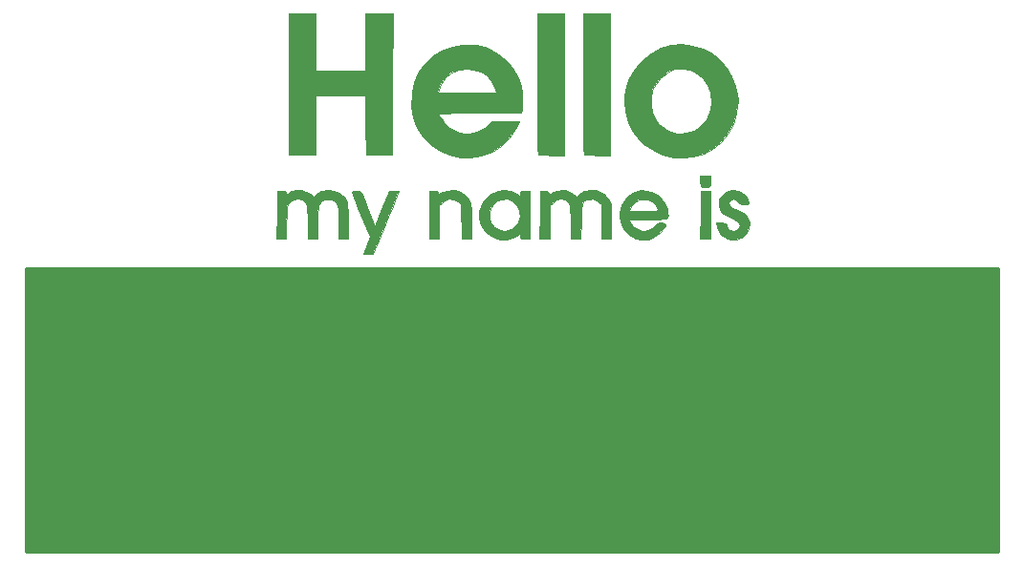
<source format=gbr>
G04 #@! TF.FileFunction,Legend,Top*
%FSLAX46Y46*%
G04 Gerber Fmt 4.6, Leading zero omitted, Abs format (unit mm)*
G04 Created by KiCad (PCBNEW 4.0.7) date 07/30/18 20:35:16*
%MOMM*%
%LPD*%
G01*
G04 APERTURE LIST*
%ADD10C,0.100000*%
%ADD11C,0.120000*%
%ADD12C,0.010000*%
%ADD13C,0.254000*%
G04 APERTURE END LIST*
D10*
X169865691Y-119694309D02*
X170045296Y-118975888D01*
X170045296Y-118975888D02*
X170584112Y-119514704D01*
X170584112Y-119514704D02*
X169910592Y-119649408D01*
X169596283Y-119424901D02*
X170180000Y-120008618D01*
D11*
X168125501Y-120232417D02*
X169327583Y-121434499D01*
X169318037Y-121444045D02*
X172181819Y-118580262D01*
X168115955Y-120241963D02*
X170979738Y-117378181D01*
D10*
X169865691Y-114614309D02*
X170045296Y-113895888D01*
X170045296Y-113895888D02*
X170584112Y-114434704D01*
X170584112Y-114434704D02*
X169910592Y-114569408D01*
X169596283Y-114344901D02*
X170180000Y-114928618D01*
D11*
X168125501Y-115152417D02*
X169327583Y-116354499D01*
X169318037Y-116364045D02*
X172181819Y-113500262D01*
X168115955Y-115161963D02*
X170979738Y-112298181D01*
D10*
X169865691Y-109534309D02*
X170045296Y-108815888D01*
X170045296Y-108815888D02*
X170584112Y-109354704D01*
X170584112Y-109354704D02*
X169910592Y-109489408D01*
X169596283Y-109264901D02*
X170180000Y-109848618D01*
D11*
X168125501Y-110072417D02*
X169327583Y-111274499D01*
X169318037Y-111284045D02*
X172181819Y-108420262D01*
X168115955Y-110081963D02*
X170979738Y-107218181D01*
D10*
X169865691Y-104454309D02*
X170045296Y-103735888D01*
X170045296Y-103735888D02*
X170584112Y-104274704D01*
X170584112Y-104274704D02*
X169910592Y-104409408D01*
X169596283Y-104184901D02*
X170180000Y-104768618D01*
D11*
X168125501Y-104992417D02*
X169327583Y-106194499D01*
X169318037Y-106204045D02*
X172181819Y-103340262D01*
X168115955Y-105001963D02*
X170979738Y-102138181D01*
D10*
X210505691Y-119694309D02*
X210685296Y-118975888D01*
X210685296Y-118975888D02*
X211224112Y-119514704D01*
X211224112Y-119514704D02*
X210550592Y-119649408D01*
X210236283Y-119424901D02*
X210820000Y-120008618D01*
D11*
X208765501Y-120232417D02*
X209967583Y-121434499D01*
X209958037Y-121444045D02*
X212821819Y-118580262D01*
X208755955Y-120241963D02*
X211619738Y-117378181D01*
D10*
X210505691Y-114614309D02*
X210685296Y-113895888D01*
X210685296Y-113895888D02*
X211224112Y-114434704D01*
X211224112Y-114434704D02*
X210550592Y-114569408D01*
X210236283Y-114344901D02*
X210820000Y-114928618D01*
D11*
X208765501Y-115152417D02*
X209967583Y-116354499D01*
X209958037Y-116364045D02*
X212821819Y-113500262D01*
X208755955Y-115161963D02*
X211619738Y-112298181D01*
D10*
X210505691Y-109534309D02*
X210685296Y-108815888D01*
X210685296Y-108815888D02*
X211224112Y-109354704D01*
X211224112Y-109354704D02*
X210550592Y-109489408D01*
X210236283Y-109264901D02*
X210820000Y-109848618D01*
D11*
X208765501Y-110072417D02*
X209967583Y-111274499D01*
X209958037Y-111284045D02*
X212821819Y-108420262D01*
X208755955Y-110081963D02*
X211619738Y-107218181D01*
D10*
X210505691Y-104454309D02*
X210685296Y-103735888D01*
X210685296Y-103735888D02*
X211224112Y-104274704D01*
X211224112Y-104274704D02*
X210550592Y-104409408D01*
X210236283Y-104184901D02*
X210820000Y-104768618D01*
D11*
X208765501Y-104992417D02*
X209967583Y-106194499D01*
X209958037Y-106204045D02*
X212821819Y-103340262D01*
X208755955Y-105001963D02*
X211619738Y-102138181D01*
D10*
X205425691Y-119694309D02*
X205605296Y-118975888D01*
X205605296Y-118975888D02*
X206144112Y-119514704D01*
X206144112Y-119514704D02*
X205470592Y-119649408D01*
X205156283Y-119424901D02*
X205740000Y-120008618D01*
D11*
X203685501Y-120232417D02*
X204887583Y-121434499D01*
X204878037Y-121444045D02*
X207741819Y-118580262D01*
X203675955Y-120241963D02*
X206539738Y-117378181D01*
D10*
X205425691Y-114614309D02*
X205605296Y-113895888D01*
X205605296Y-113895888D02*
X206144112Y-114434704D01*
X206144112Y-114434704D02*
X205470592Y-114569408D01*
X205156283Y-114344901D02*
X205740000Y-114928618D01*
D11*
X203685501Y-115152417D02*
X204887583Y-116354499D01*
X204878037Y-116364045D02*
X207741819Y-113500262D01*
X203675955Y-115161963D02*
X206539738Y-112298181D01*
D10*
X205425691Y-109534309D02*
X205605296Y-108815888D01*
X205605296Y-108815888D02*
X206144112Y-109354704D01*
X206144112Y-109354704D02*
X205470592Y-109489408D01*
X205156283Y-109264901D02*
X205740000Y-109848618D01*
D11*
X203685501Y-110072417D02*
X204887583Y-111274499D01*
X204878037Y-111284045D02*
X207741819Y-108420262D01*
X203675955Y-110081963D02*
X206539738Y-107218181D01*
D10*
X205425691Y-104454309D02*
X205605296Y-103735888D01*
X205605296Y-103735888D02*
X206144112Y-104274704D01*
X206144112Y-104274704D02*
X205470592Y-104409408D01*
X205156283Y-104184901D02*
X205740000Y-104768618D01*
D11*
X203685501Y-104992417D02*
X204887583Y-106194499D01*
X204878037Y-106204045D02*
X207741819Y-103340262D01*
X203675955Y-105001963D02*
X206539738Y-102138181D01*
D10*
X200345691Y-119694309D02*
X200525296Y-118975888D01*
X200525296Y-118975888D02*
X201064112Y-119514704D01*
X201064112Y-119514704D02*
X200390592Y-119649408D01*
X200076283Y-119424901D02*
X200660000Y-120008618D01*
D11*
X198605501Y-120232417D02*
X199807583Y-121434499D01*
X199798037Y-121444045D02*
X202661819Y-118580262D01*
X198595955Y-120241963D02*
X201459738Y-117378181D01*
D10*
X200345691Y-114614309D02*
X200525296Y-113895888D01*
X200525296Y-113895888D02*
X201064112Y-114434704D01*
X201064112Y-114434704D02*
X200390592Y-114569408D01*
X200076283Y-114344901D02*
X200660000Y-114928618D01*
D11*
X198605501Y-115152417D02*
X199807583Y-116354499D01*
X199798037Y-116364045D02*
X202661819Y-113500262D01*
X198595955Y-115161963D02*
X201459738Y-112298181D01*
D10*
X200345691Y-109534309D02*
X200525296Y-108815888D01*
X200525296Y-108815888D02*
X201064112Y-109354704D01*
X201064112Y-109354704D02*
X200390592Y-109489408D01*
X200076283Y-109264901D02*
X200660000Y-109848618D01*
D11*
X198605501Y-110072417D02*
X199807583Y-111274499D01*
X199798037Y-111284045D02*
X202661819Y-108420262D01*
X198595955Y-110081963D02*
X201459738Y-107218181D01*
D10*
X200345691Y-104454309D02*
X200525296Y-103735888D01*
X200525296Y-103735888D02*
X201064112Y-104274704D01*
X201064112Y-104274704D02*
X200390592Y-104409408D01*
X200076283Y-104184901D02*
X200660000Y-104768618D01*
D11*
X198605501Y-104992417D02*
X199807583Y-106194499D01*
X199798037Y-106204045D02*
X202661819Y-103340262D01*
X198595955Y-105001963D02*
X201459738Y-102138181D01*
D10*
X195265691Y-119694309D02*
X195445296Y-118975888D01*
X195445296Y-118975888D02*
X195984112Y-119514704D01*
X195984112Y-119514704D02*
X195310592Y-119649408D01*
X194996283Y-119424901D02*
X195580000Y-120008618D01*
D11*
X193525501Y-120232417D02*
X194727583Y-121434499D01*
X194718037Y-121444045D02*
X197581819Y-118580262D01*
X193515955Y-120241963D02*
X196379738Y-117378181D01*
D10*
X195265691Y-114614309D02*
X195445296Y-113895888D01*
X195445296Y-113895888D02*
X195984112Y-114434704D01*
X195984112Y-114434704D02*
X195310592Y-114569408D01*
X194996283Y-114344901D02*
X195580000Y-114928618D01*
D11*
X193525501Y-115152417D02*
X194727583Y-116354499D01*
X194718037Y-116364045D02*
X197581819Y-113500262D01*
X193515955Y-115161963D02*
X196379738Y-112298181D01*
D10*
X195265691Y-109534309D02*
X195445296Y-108815888D01*
X195445296Y-108815888D02*
X195984112Y-109354704D01*
X195984112Y-109354704D02*
X195310592Y-109489408D01*
X194996283Y-109264901D02*
X195580000Y-109848618D01*
D11*
X193525501Y-110072417D02*
X194727583Y-111274499D01*
X194718037Y-111284045D02*
X197581819Y-108420262D01*
X193515955Y-110081963D02*
X196379738Y-107218181D01*
D10*
X195265691Y-104454309D02*
X195445296Y-103735888D01*
X195445296Y-103735888D02*
X195984112Y-104274704D01*
X195984112Y-104274704D02*
X195310592Y-104409408D01*
X194996283Y-104184901D02*
X195580000Y-104768618D01*
D11*
X193525501Y-104992417D02*
X194727583Y-106194499D01*
X194718037Y-106204045D02*
X197581819Y-103340262D01*
X193515955Y-105001963D02*
X196379738Y-102138181D01*
D10*
X190185691Y-119694309D02*
X190365296Y-118975888D01*
X190365296Y-118975888D02*
X190904112Y-119514704D01*
X190904112Y-119514704D02*
X190230592Y-119649408D01*
X189916283Y-119424901D02*
X190500000Y-120008618D01*
D11*
X188445501Y-120232417D02*
X189647583Y-121434499D01*
X189638037Y-121444045D02*
X192501819Y-118580262D01*
X188435955Y-120241963D02*
X191299738Y-117378181D01*
D10*
X190185691Y-114614309D02*
X190365296Y-113895888D01*
X190365296Y-113895888D02*
X190904112Y-114434704D01*
X190904112Y-114434704D02*
X190230592Y-114569408D01*
X189916283Y-114344901D02*
X190500000Y-114928618D01*
D11*
X188445501Y-115152417D02*
X189647583Y-116354499D01*
X189638037Y-116364045D02*
X192501819Y-113500262D01*
X188435955Y-115161963D02*
X191299738Y-112298181D01*
D10*
X190185691Y-109534309D02*
X190365296Y-108815888D01*
X190365296Y-108815888D02*
X190904112Y-109354704D01*
X190904112Y-109354704D02*
X190230592Y-109489408D01*
X189916283Y-109264901D02*
X190500000Y-109848618D01*
D11*
X188445501Y-110072417D02*
X189647583Y-111274499D01*
X189638037Y-111284045D02*
X192501819Y-108420262D01*
X188435955Y-110081963D02*
X191299738Y-107218181D01*
D10*
X190185691Y-104454309D02*
X190365296Y-103735888D01*
X190365296Y-103735888D02*
X190904112Y-104274704D01*
X190904112Y-104274704D02*
X190230592Y-104409408D01*
X189916283Y-104184901D02*
X190500000Y-104768618D01*
D11*
X188445501Y-104992417D02*
X189647583Y-106194499D01*
X189638037Y-106204045D02*
X192501819Y-103340262D01*
X188435955Y-105001963D02*
X191299738Y-102138181D01*
D10*
X185105691Y-119694309D02*
X185285296Y-118975888D01*
X185285296Y-118975888D02*
X185824112Y-119514704D01*
X185824112Y-119514704D02*
X185150592Y-119649408D01*
X184836283Y-119424901D02*
X185420000Y-120008618D01*
D11*
X183365501Y-120232417D02*
X184567583Y-121434499D01*
X184558037Y-121444045D02*
X187421819Y-118580262D01*
X183355955Y-120241963D02*
X186219738Y-117378181D01*
D10*
X185105691Y-114614309D02*
X185285296Y-113895888D01*
X185285296Y-113895888D02*
X185824112Y-114434704D01*
X185824112Y-114434704D02*
X185150592Y-114569408D01*
X184836283Y-114344901D02*
X185420000Y-114928618D01*
D11*
X183365501Y-115152417D02*
X184567583Y-116354499D01*
X184558037Y-116364045D02*
X187421819Y-113500262D01*
X183355955Y-115161963D02*
X186219738Y-112298181D01*
D10*
X185105691Y-109534309D02*
X185285296Y-108815888D01*
X185285296Y-108815888D02*
X185824112Y-109354704D01*
X185824112Y-109354704D02*
X185150592Y-109489408D01*
X184836283Y-109264901D02*
X185420000Y-109848618D01*
D11*
X183365501Y-110072417D02*
X184567583Y-111274499D01*
X184558037Y-111284045D02*
X187421819Y-108420262D01*
X183355955Y-110081963D02*
X186219738Y-107218181D01*
D10*
X185105691Y-104454309D02*
X185285296Y-103735888D01*
X185285296Y-103735888D02*
X185824112Y-104274704D01*
X185824112Y-104274704D02*
X185150592Y-104409408D01*
X184836283Y-104184901D02*
X185420000Y-104768618D01*
D11*
X183365501Y-104992417D02*
X184567583Y-106194499D01*
X184558037Y-106204045D02*
X187421819Y-103340262D01*
X183355955Y-105001963D02*
X186219738Y-102138181D01*
D10*
X180025691Y-119694309D02*
X180205296Y-118975888D01*
X180205296Y-118975888D02*
X180744112Y-119514704D01*
X180744112Y-119514704D02*
X180070592Y-119649408D01*
X179756283Y-119424901D02*
X180340000Y-120008618D01*
D11*
X178285501Y-120232417D02*
X179487583Y-121434499D01*
X179478037Y-121444045D02*
X182341819Y-118580262D01*
X178275955Y-120241963D02*
X181139738Y-117378181D01*
D10*
X180025691Y-114614309D02*
X180205296Y-113895888D01*
X180205296Y-113895888D02*
X180744112Y-114434704D01*
X180744112Y-114434704D02*
X180070592Y-114569408D01*
X179756283Y-114344901D02*
X180340000Y-114928618D01*
D11*
X178285501Y-115152417D02*
X179487583Y-116354499D01*
X179478037Y-116364045D02*
X182341819Y-113500262D01*
X178275955Y-115161963D02*
X181139738Y-112298181D01*
D10*
X180025691Y-109534309D02*
X180205296Y-108815888D01*
X180205296Y-108815888D02*
X180744112Y-109354704D01*
X180744112Y-109354704D02*
X180070592Y-109489408D01*
X179756283Y-109264901D02*
X180340000Y-109848618D01*
D11*
X178285501Y-110072417D02*
X179487583Y-111274499D01*
X179478037Y-111284045D02*
X182341819Y-108420262D01*
X178275955Y-110081963D02*
X181139738Y-107218181D01*
D10*
X180025691Y-104454309D02*
X180205296Y-103735888D01*
X180205296Y-103735888D02*
X180744112Y-104274704D01*
X180744112Y-104274704D02*
X180070592Y-104409408D01*
X179756283Y-104184901D02*
X180340000Y-104768618D01*
D11*
X178285501Y-104992417D02*
X179487583Y-106194499D01*
X179478037Y-106204045D02*
X182341819Y-103340262D01*
X178275955Y-105001963D02*
X181139738Y-102138181D01*
D10*
X174945691Y-119694309D02*
X175125296Y-118975888D01*
X175125296Y-118975888D02*
X175664112Y-119514704D01*
X175664112Y-119514704D02*
X174990592Y-119649408D01*
X174676283Y-119424901D02*
X175260000Y-120008618D01*
D11*
X173205501Y-120232417D02*
X174407583Y-121434499D01*
X174398037Y-121444045D02*
X177261819Y-118580262D01*
X173195955Y-120241963D02*
X176059738Y-117378181D01*
D10*
X174945691Y-114614309D02*
X175125296Y-113895888D01*
X175125296Y-113895888D02*
X175664112Y-114434704D01*
X175664112Y-114434704D02*
X174990592Y-114569408D01*
X174676283Y-114344901D02*
X175260000Y-114928618D01*
D11*
X173205501Y-115152417D02*
X174407583Y-116354499D01*
X174398037Y-116364045D02*
X177261819Y-113500262D01*
X173195955Y-115161963D02*
X176059738Y-112298181D01*
D10*
X174945691Y-109534309D02*
X175125296Y-108815888D01*
X175125296Y-108815888D02*
X175664112Y-109354704D01*
X175664112Y-109354704D02*
X174990592Y-109489408D01*
X174676283Y-109264901D02*
X175260000Y-109848618D01*
D11*
X173205501Y-110072417D02*
X174407583Y-111274499D01*
X174398037Y-111284045D02*
X177261819Y-108420262D01*
X173195955Y-110081963D02*
X176059738Y-107218181D01*
D10*
X174945691Y-104454309D02*
X175125296Y-103735888D01*
X175125296Y-103735888D02*
X175664112Y-104274704D01*
X175664112Y-104274704D02*
X174990592Y-104409408D01*
X174676283Y-104184901D02*
X175260000Y-104768618D01*
D11*
X173205501Y-104992417D02*
X174407583Y-106194499D01*
X174398037Y-106204045D02*
X177261819Y-103340262D01*
X173195955Y-105001963D02*
X176059738Y-102138181D01*
D10*
X164785691Y-119694309D02*
X164965296Y-118975888D01*
X164965296Y-118975888D02*
X165504112Y-119514704D01*
X165504112Y-119514704D02*
X164830592Y-119649408D01*
X164516283Y-119424901D02*
X165100000Y-120008618D01*
D11*
X163045501Y-120232417D02*
X164247583Y-121434499D01*
X164238037Y-121444045D02*
X167101819Y-118580262D01*
X163035955Y-120241963D02*
X165899738Y-117378181D01*
D10*
X164785691Y-114614309D02*
X164965296Y-113895888D01*
X164965296Y-113895888D02*
X165504112Y-114434704D01*
X165504112Y-114434704D02*
X164830592Y-114569408D01*
X164516283Y-114344901D02*
X165100000Y-114928618D01*
D11*
X163045501Y-115152417D02*
X164247583Y-116354499D01*
X164238037Y-116364045D02*
X167101819Y-113500262D01*
X163035955Y-115161963D02*
X165899738Y-112298181D01*
D10*
X164785691Y-109534309D02*
X164965296Y-108815888D01*
X164965296Y-108815888D02*
X165504112Y-109354704D01*
X165504112Y-109354704D02*
X164830592Y-109489408D01*
X164516283Y-109264901D02*
X165100000Y-109848618D01*
D11*
X163045501Y-110072417D02*
X164247583Y-111274499D01*
X164238037Y-111284045D02*
X167101819Y-108420262D01*
X163035955Y-110081963D02*
X165899738Y-107218181D01*
D10*
X164785691Y-104454309D02*
X164965296Y-103735888D01*
X164965296Y-103735888D02*
X165504112Y-104274704D01*
X165504112Y-104274704D02*
X164830592Y-104409408D01*
X164516283Y-104184901D02*
X165100000Y-104768618D01*
D11*
X163045501Y-104992417D02*
X164247583Y-106194499D01*
X164238037Y-106204045D02*
X167101819Y-103340262D01*
X163035955Y-105001963D02*
X165899738Y-102138181D01*
D10*
X159705691Y-119694309D02*
X159885296Y-118975888D01*
X159885296Y-118975888D02*
X160424112Y-119514704D01*
X160424112Y-119514704D02*
X159750592Y-119649408D01*
X159436283Y-119424901D02*
X160020000Y-120008618D01*
D11*
X157965501Y-120232417D02*
X159167583Y-121434499D01*
X159158037Y-121444045D02*
X162021819Y-118580262D01*
X157955955Y-120241963D02*
X160819738Y-117378181D01*
D10*
X159705691Y-114614309D02*
X159885296Y-113895888D01*
X159885296Y-113895888D02*
X160424112Y-114434704D01*
X160424112Y-114434704D02*
X159750592Y-114569408D01*
X159436283Y-114344901D02*
X160020000Y-114928618D01*
D11*
X157965501Y-115152417D02*
X159167583Y-116354499D01*
X159158037Y-116364045D02*
X162021819Y-113500262D01*
X157955955Y-115161963D02*
X160819738Y-112298181D01*
D10*
X159705691Y-109534309D02*
X159885296Y-108815888D01*
X159885296Y-108815888D02*
X160424112Y-109354704D01*
X160424112Y-109354704D02*
X159750592Y-109489408D01*
X159436283Y-109264901D02*
X160020000Y-109848618D01*
D11*
X157965501Y-110072417D02*
X159167583Y-111274499D01*
X159158037Y-111284045D02*
X162021819Y-108420262D01*
X157955955Y-110081963D02*
X160819738Y-107218181D01*
D10*
X159705691Y-104454309D02*
X159885296Y-103735888D01*
X159885296Y-103735888D02*
X160424112Y-104274704D01*
X160424112Y-104274704D02*
X159750592Y-104409408D01*
X159436283Y-104184901D02*
X160020000Y-104768618D01*
D11*
X157965501Y-104992417D02*
X159167583Y-106194499D01*
X159158037Y-106204045D02*
X162021819Y-103340262D01*
X157955955Y-105001963D02*
X160819738Y-102138181D01*
D10*
X154625691Y-119694309D02*
X154805296Y-118975888D01*
X154805296Y-118975888D02*
X155344112Y-119514704D01*
X155344112Y-119514704D02*
X154670592Y-119649408D01*
X154356283Y-119424901D02*
X154940000Y-120008618D01*
D11*
X152885501Y-120232417D02*
X154087583Y-121434499D01*
X154078037Y-121444045D02*
X156941819Y-118580262D01*
X152875955Y-120241963D02*
X155739738Y-117378181D01*
D10*
X154625691Y-114614309D02*
X154805296Y-113895888D01*
X154805296Y-113895888D02*
X155344112Y-114434704D01*
X155344112Y-114434704D02*
X154670592Y-114569408D01*
X154356283Y-114344901D02*
X154940000Y-114928618D01*
D11*
X152885501Y-115152417D02*
X154087583Y-116354499D01*
X154078037Y-116364045D02*
X156941819Y-113500262D01*
X152875955Y-115161963D02*
X155739738Y-112298181D01*
D10*
X154625691Y-109534309D02*
X154805296Y-108815888D01*
X154805296Y-108815888D02*
X155344112Y-109354704D01*
X155344112Y-109354704D02*
X154670592Y-109489408D01*
X154356283Y-109264901D02*
X154940000Y-109848618D01*
D11*
X152885501Y-110072417D02*
X154087583Y-111274499D01*
X154078037Y-111284045D02*
X156941819Y-108420262D01*
X152875955Y-110081963D02*
X155739738Y-107218181D01*
D10*
X154625691Y-104454309D02*
X154805296Y-103735888D01*
X154805296Y-103735888D02*
X155344112Y-104274704D01*
X155344112Y-104274704D02*
X154670592Y-104409408D01*
X154356283Y-104184901D02*
X154940000Y-104768618D01*
D11*
X152885501Y-104992417D02*
X154087583Y-106194499D01*
X154078037Y-106204045D02*
X156941819Y-103340262D01*
X152875955Y-105001963D02*
X155739738Y-102138181D01*
D10*
X149545691Y-119694309D02*
X149725296Y-118975888D01*
X149725296Y-118975888D02*
X150264112Y-119514704D01*
X150264112Y-119514704D02*
X149590592Y-119649408D01*
X149276283Y-119424901D02*
X149860000Y-120008618D01*
D11*
X147805501Y-120232417D02*
X149007583Y-121434499D01*
X148998037Y-121444045D02*
X151861819Y-118580262D01*
X147795955Y-120241963D02*
X150659738Y-117378181D01*
D10*
X149545691Y-114614309D02*
X149725296Y-113895888D01*
X149725296Y-113895888D02*
X150264112Y-114434704D01*
X150264112Y-114434704D02*
X149590592Y-114569408D01*
X149276283Y-114344901D02*
X149860000Y-114928618D01*
D11*
X147805501Y-115152417D02*
X149007583Y-116354499D01*
X148998037Y-116364045D02*
X151861819Y-113500262D01*
X147795955Y-115161963D02*
X150659738Y-112298181D01*
D10*
X149545691Y-109534309D02*
X149725296Y-108815888D01*
X149725296Y-108815888D02*
X150264112Y-109354704D01*
X150264112Y-109354704D02*
X149590592Y-109489408D01*
X149276283Y-109264901D02*
X149860000Y-109848618D01*
D11*
X147805501Y-110072417D02*
X149007583Y-111274499D01*
X148998037Y-111284045D02*
X151861819Y-108420262D01*
X147795955Y-110081963D02*
X150659738Y-107218181D01*
D10*
X149545691Y-104454309D02*
X149725296Y-103735888D01*
X149725296Y-103735888D02*
X150264112Y-104274704D01*
X150264112Y-104274704D02*
X149590592Y-104409408D01*
X149276283Y-104184901D02*
X149860000Y-104768618D01*
D11*
X147805501Y-104992417D02*
X149007583Y-106194499D01*
X148998037Y-106204045D02*
X151861819Y-103340262D01*
X147795955Y-105001963D02*
X150659738Y-102138181D01*
D10*
X144465691Y-119694309D02*
X144645296Y-118975888D01*
X144645296Y-118975888D02*
X145184112Y-119514704D01*
X145184112Y-119514704D02*
X144510592Y-119649408D01*
X144196283Y-119424901D02*
X144780000Y-120008618D01*
D11*
X142725501Y-120232417D02*
X143927583Y-121434499D01*
X143918037Y-121444045D02*
X146781819Y-118580262D01*
X142715955Y-120241963D02*
X145579738Y-117378181D01*
D10*
X144465691Y-114614309D02*
X144645296Y-113895888D01*
X144645296Y-113895888D02*
X145184112Y-114434704D01*
X145184112Y-114434704D02*
X144510592Y-114569408D01*
X144196283Y-114344901D02*
X144780000Y-114928618D01*
D11*
X142725501Y-115152417D02*
X143927583Y-116354499D01*
X143918037Y-116364045D02*
X146781819Y-113500262D01*
X142715955Y-115161963D02*
X145579738Y-112298181D01*
D10*
X144465691Y-109534309D02*
X144645296Y-108815888D01*
X144645296Y-108815888D02*
X145184112Y-109354704D01*
X145184112Y-109354704D02*
X144510592Y-109489408D01*
X144196283Y-109264901D02*
X144780000Y-109848618D01*
D11*
X142725501Y-110072417D02*
X143927583Y-111274499D01*
X143918037Y-111284045D02*
X146781819Y-108420262D01*
X142715955Y-110081963D02*
X145579738Y-107218181D01*
D10*
X144465691Y-104454309D02*
X144645296Y-103735888D01*
X144645296Y-103735888D02*
X145184112Y-104274704D01*
X145184112Y-104274704D02*
X144510592Y-104409408D01*
X144196283Y-104184901D02*
X144780000Y-104768618D01*
D11*
X142725501Y-104992417D02*
X143927583Y-106194499D01*
X143918037Y-106204045D02*
X146781819Y-103340262D01*
X142715955Y-105001963D02*
X145579738Y-102138181D01*
D10*
X210505691Y-99374309D02*
X210685296Y-98655888D01*
X210685296Y-98655888D02*
X211224112Y-99194704D01*
X211224112Y-99194704D02*
X210550592Y-99329408D01*
X210236283Y-99104901D02*
X210820000Y-99688618D01*
D11*
X208765501Y-99912417D02*
X209967583Y-101114499D01*
X209958037Y-101124045D02*
X212821819Y-98260262D01*
X208755955Y-99921963D02*
X211619738Y-97058181D01*
D10*
X205425691Y-99374309D02*
X205605296Y-98655888D01*
X205605296Y-98655888D02*
X206144112Y-99194704D01*
X206144112Y-99194704D02*
X205470592Y-99329408D01*
X205156283Y-99104901D02*
X205740000Y-99688618D01*
D11*
X203685501Y-99912417D02*
X204887583Y-101114499D01*
X204878037Y-101124045D02*
X207741819Y-98260262D01*
X203675955Y-99921963D02*
X206539738Y-97058181D01*
D10*
X200345691Y-99374309D02*
X200525296Y-98655888D01*
X200525296Y-98655888D02*
X201064112Y-99194704D01*
X201064112Y-99194704D02*
X200390592Y-99329408D01*
X200076283Y-99104901D02*
X200660000Y-99688618D01*
D11*
X198605501Y-99912417D02*
X199807583Y-101114499D01*
X199798037Y-101124045D02*
X202661819Y-98260262D01*
X198595955Y-99921963D02*
X201459738Y-97058181D01*
D10*
X195265691Y-99374309D02*
X195445296Y-98655888D01*
X195445296Y-98655888D02*
X195984112Y-99194704D01*
X195984112Y-99194704D02*
X195310592Y-99329408D01*
X194996283Y-99104901D02*
X195580000Y-99688618D01*
D11*
X193525501Y-99912417D02*
X194727583Y-101114499D01*
X194718037Y-101124045D02*
X197581819Y-98260262D01*
X193515955Y-99921963D02*
X196379738Y-97058181D01*
D10*
X190185691Y-99374309D02*
X190365296Y-98655888D01*
X190365296Y-98655888D02*
X190904112Y-99194704D01*
X190904112Y-99194704D02*
X190230592Y-99329408D01*
X189916283Y-99104901D02*
X190500000Y-99688618D01*
D11*
X188445501Y-99912417D02*
X189647583Y-101114499D01*
X189638037Y-101124045D02*
X192501819Y-98260262D01*
X188435955Y-99921963D02*
X191299738Y-97058181D01*
D10*
X185105691Y-99374309D02*
X185285296Y-98655888D01*
X185285296Y-98655888D02*
X185824112Y-99194704D01*
X185824112Y-99194704D02*
X185150592Y-99329408D01*
X184836283Y-99104901D02*
X185420000Y-99688618D01*
D11*
X183365501Y-99912417D02*
X184567583Y-101114499D01*
X184558037Y-101124045D02*
X187421819Y-98260262D01*
X183355955Y-99921963D02*
X186219738Y-97058181D01*
D10*
X180025691Y-99374309D02*
X180205296Y-98655888D01*
X180205296Y-98655888D02*
X180744112Y-99194704D01*
X180744112Y-99194704D02*
X180070592Y-99329408D01*
X179756283Y-99104901D02*
X180340000Y-99688618D01*
D11*
X178285501Y-99912417D02*
X179487583Y-101114499D01*
X179478037Y-101124045D02*
X182341819Y-98260262D01*
X178275955Y-99921963D02*
X181139738Y-97058181D01*
D10*
X174945691Y-99374309D02*
X175125296Y-98655888D01*
X175125296Y-98655888D02*
X175664112Y-99194704D01*
X175664112Y-99194704D02*
X174990592Y-99329408D01*
X174676283Y-99104901D02*
X175260000Y-99688618D01*
D11*
X173205501Y-99912417D02*
X174407583Y-101114499D01*
X174398037Y-101124045D02*
X177261819Y-98260262D01*
X173195955Y-99921963D02*
X176059738Y-97058181D01*
D10*
X169865691Y-99374309D02*
X170045296Y-98655888D01*
X170045296Y-98655888D02*
X170584112Y-99194704D01*
X170584112Y-99194704D02*
X169910592Y-99329408D01*
X169596283Y-99104901D02*
X170180000Y-99688618D01*
D11*
X168125501Y-99912417D02*
X169327583Y-101114499D01*
X169318037Y-101124045D02*
X172181819Y-98260262D01*
X168115955Y-99921963D02*
X170979738Y-97058181D01*
D10*
X164785691Y-99374309D02*
X164965296Y-98655888D01*
X164965296Y-98655888D02*
X165504112Y-99194704D01*
X165504112Y-99194704D02*
X164830592Y-99329408D01*
X164516283Y-99104901D02*
X165100000Y-99688618D01*
D11*
X163045501Y-99912417D02*
X164247583Y-101114499D01*
X164238037Y-101124045D02*
X167101819Y-98260262D01*
X163035955Y-99921963D02*
X165899738Y-97058181D01*
D10*
X159705691Y-99374309D02*
X159885296Y-98655888D01*
X159885296Y-98655888D02*
X160424112Y-99194704D01*
X160424112Y-99194704D02*
X159750592Y-99329408D01*
X159436283Y-99104901D02*
X160020000Y-99688618D01*
D11*
X157965501Y-99912417D02*
X159167583Y-101114499D01*
X159158037Y-101124045D02*
X162021819Y-98260262D01*
X157955955Y-99921963D02*
X160819738Y-97058181D01*
D10*
X154625691Y-99374309D02*
X154805296Y-98655888D01*
X154805296Y-98655888D02*
X155344112Y-99194704D01*
X155344112Y-99194704D02*
X154670592Y-99329408D01*
X154356283Y-99104901D02*
X154940000Y-99688618D01*
D11*
X152885501Y-99912417D02*
X154087583Y-101114499D01*
X154078037Y-101124045D02*
X156941819Y-98260262D01*
X152875955Y-99921963D02*
X155739738Y-97058181D01*
D10*
X149545691Y-99374309D02*
X149725296Y-98655888D01*
X149725296Y-98655888D02*
X150264112Y-99194704D01*
X150264112Y-99194704D02*
X149590592Y-99329408D01*
X149276283Y-99104901D02*
X149860000Y-99688618D01*
D11*
X147805501Y-99912417D02*
X149007583Y-101114499D01*
X148998037Y-101124045D02*
X151861819Y-98260262D01*
X147795955Y-99921963D02*
X150659738Y-97058181D01*
D10*
X144465691Y-99374309D02*
X144645296Y-98655888D01*
X144645296Y-98655888D02*
X145184112Y-99194704D01*
X145184112Y-99194704D02*
X144510592Y-99329408D01*
X144196283Y-99104901D02*
X144780000Y-99688618D01*
D11*
X142725501Y-99912417D02*
X143927583Y-101114499D01*
X143918037Y-101124045D02*
X146781819Y-98260262D01*
X142715955Y-99921963D02*
X145579738Y-97058181D01*
D10*
X139385691Y-119694309D02*
X139565296Y-118975888D01*
X139565296Y-118975888D02*
X140104112Y-119514704D01*
X140104112Y-119514704D02*
X139430592Y-119649408D01*
X139116283Y-119424901D02*
X139700000Y-120008618D01*
D11*
X137645501Y-120232417D02*
X138847583Y-121434499D01*
X138838037Y-121444045D02*
X141701819Y-118580262D01*
X137635955Y-120241963D02*
X140499738Y-117378181D01*
D10*
X139385691Y-114614309D02*
X139565296Y-113895888D01*
X139565296Y-113895888D02*
X140104112Y-114434704D01*
X140104112Y-114434704D02*
X139430592Y-114569408D01*
X139116283Y-114344901D02*
X139700000Y-114928618D01*
D11*
X137645501Y-115152417D02*
X138847583Y-116354499D01*
X138838037Y-116364045D02*
X141701819Y-113500262D01*
X137635955Y-115161963D02*
X140499738Y-112298181D01*
D10*
X139385691Y-109534309D02*
X139565296Y-108815888D01*
X139565296Y-108815888D02*
X140104112Y-109354704D01*
X140104112Y-109354704D02*
X139430592Y-109489408D01*
X139116283Y-109264901D02*
X139700000Y-109848618D01*
D11*
X137645501Y-110072417D02*
X138847583Y-111274499D01*
X138838037Y-111284045D02*
X141701819Y-108420262D01*
X137635955Y-110081963D02*
X140499738Y-107218181D01*
D10*
X139385691Y-104454309D02*
X139565296Y-103735888D01*
X139565296Y-103735888D02*
X140104112Y-104274704D01*
X140104112Y-104274704D02*
X139430592Y-104409408D01*
X139116283Y-104184901D02*
X139700000Y-104768618D01*
D11*
X137645501Y-104992417D02*
X138847583Y-106194499D01*
X138838037Y-106204045D02*
X141701819Y-103340262D01*
X137635955Y-105001963D02*
X140499738Y-102138181D01*
D10*
X139385691Y-99374309D02*
X139565296Y-98655888D01*
X139565296Y-98655888D02*
X140104112Y-99194704D01*
X140104112Y-99194704D02*
X139430592Y-99329408D01*
X139116283Y-99104901D02*
X139700000Y-99688618D01*
D11*
X137645501Y-99912417D02*
X138847583Y-101114499D01*
X138838037Y-101124045D02*
X141701819Y-98260262D01*
X137635955Y-99921963D02*
X140499738Y-97058181D01*
D12*
G36*
X161642604Y-89743564D02*
X161761495Y-89776224D01*
X161868152Y-89861028D01*
X161977465Y-90022827D01*
X162104327Y-90286470D01*
X162263629Y-90676806D01*
X162470263Y-91218686D01*
X162614416Y-91603512D01*
X163102942Y-92910025D01*
X163720471Y-91349512D01*
X164338000Y-89789000D01*
X164769800Y-89757758D01*
X165032896Y-89757701D01*
X165185868Y-89794392D01*
X165201600Y-89817568D01*
X165164095Y-89934980D01*
X165059398Y-90210197D01*
X164899232Y-90613775D01*
X164695318Y-91116270D01*
X164459381Y-91688237D01*
X164400363Y-91830010D01*
X164131912Y-92474070D01*
X163866363Y-93111716D01*
X163622488Y-93697835D01*
X163419057Y-94187311D01*
X163274842Y-94535030D01*
X163273282Y-94538800D01*
X162947437Y-95326200D01*
X162065945Y-95326200D01*
X162664473Y-93853000D01*
X161855253Y-91879380D01*
X161616569Y-91287675D01*
X161410718Y-90758866D01*
X161248337Y-90321844D01*
X161140063Y-90005503D01*
X161096533Y-89838734D01*
X161097813Y-89821980D01*
X161224895Y-89765294D01*
X161466096Y-89738518D01*
X161496587Y-89738200D01*
X161642604Y-89743564D01*
X161642604Y-89743564D01*
G37*
X161642604Y-89743564D02*
X161761495Y-89776224D01*
X161868152Y-89861028D01*
X161977465Y-90022827D01*
X162104327Y-90286470D01*
X162263629Y-90676806D01*
X162470263Y-91218686D01*
X162614416Y-91603512D01*
X163102942Y-92910025D01*
X163720471Y-91349512D01*
X164338000Y-89789000D01*
X164769800Y-89757758D01*
X165032896Y-89757701D01*
X165185868Y-89794392D01*
X165201600Y-89817568D01*
X165164095Y-89934980D01*
X165059398Y-90210197D01*
X164899232Y-90613775D01*
X164695318Y-91116270D01*
X164459381Y-91688237D01*
X164400363Y-91830010D01*
X164131912Y-92474070D01*
X163866363Y-93111716D01*
X163622488Y-93697835D01*
X163419057Y-94187311D01*
X163274842Y-94535030D01*
X163273282Y-94538800D01*
X162947437Y-95326200D01*
X162065945Y-95326200D01*
X162664473Y-93853000D01*
X161855253Y-91879380D01*
X161616569Y-91287675D01*
X161410718Y-90758866D01*
X161248337Y-90321844D01*
X161140063Y-90005503D01*
X161096533Y-89838734D01*
X161097813Y-89821980D01*
X161224895Y-89765294D01*
X161466096Y-89738518D01*
X161496587Y-89738200D01*
X161642604Y-89743564D01*
G36*
X175116581Y-89751074D02*
X175622452Y-89990450D01*
X175703936Y-90050718D01*
X175971200Y-90260948D01*
X175971200Y-89999574D01*
X175992259Y-89831355D01*
X176093686Y-89756577D01*
X176332853Y-89738341D01*
X176377600Y-89738200D01*
X176784000Y-89738200D01*
X176784000Y-94005400D01*
X176377600Y-94005400D01*
X176116309Y-93992191D01*
X176000149Y-93927074D01*
X175971509Y-93771810D01*
X175971200Y-93735653D01*
X175958933Y-93551717D01*
X175892154Y-93544626D01*
X175789681Y-93630178D01*
X175333945Y-93915979D01*
X174782856Y-94066359D01*
X174203591Y-94067856D01*
X173915226Y-94005835D01*
X173331764Y-93731312D01*
X172866916Y-93313817D01*
X172539960Y-92787638D01*
X172370174Y-92187067D01*
X172375245Y-91699207D01*
X173235841Y-91699207D01*
X173239620Y-92163694D01*
X173385332Y-92592538D01*
X173671835Y-92948447D01*
X174066807Y-93180492D01*
X174516400Y-93278481D01*
X174966765Y-93232224D01*
X175364051Y-93031532D01*
X175425368Y-92978595D01*
X175771993Y-92538244D01*
X175937149Y-92059620D01*
X175923800Y-91577921D01*
X175734912Y-91128343D01*
X175373449Y-90746081D01*
X175229079Y-90648129D01*
X174787934Y-90478454D01*
X174355418Y-90483577D01*
X173957740Y-90635854D01*
X173621111Y-90907646D01*
X173371741Y-91271311D01*
X173235841Y-91699207D01*
X172375245Y-91699207D01*
X172376834Y-91546394D01*
X172418241Y-91343010D01*
X172648798Y-90787615D01*
X173014771Y-90329469D01*
X173480348Y-89982656D01*
X174009717Y-89761263D01*
X174567065Y-89679374D01*
X175116581Y-89751074D01*
X175116581Y-89751074D01*
G37*
X175116581Y-89751074D02*
X175622452Y-89990450D01*
X175703936Y-90050718D01*
X175971200Y-90260948D01*
X175971200Y-89999574D01*
X175992259Y-89831355D01*
X176093686Y-89756577D01*
X176332853Y-89738341D01*
X176377600Y-89738200D01*
X176784000Y-89738200D01*
X176784000Y-94005400D01*
X176377600Y-94005400D01*
X176116309Y-93992191D01*
X176000149Y-93927074D01*
X175971509Y-93771810D01*
X175971200Y-93735653D01*
X175958933Y-93551717D01*
X175892154Y-93544626D01*
X175789681Y-93630178D01*
X175333945Y-93915979D01*
X174782856Y-94066359D01*
X174203591Y-94067856D01*
X173915226Y-94005835D01*
X173331764Y-93731312D01*
X172866916Y-93313817D01*
X172539960Y-92787638D01*
X172370174Y-92187067D01*
X172375245Y-91699207D01*
X173235841Y-91699207D01*
X173239620Y-92163694D01*
X173385332Y-92592538D01*
X173671835Y-92948447D01*
X174066807Y-93180492D01*
X174516400Y-93278481D01*
X174966765Y-93232224D01*
X175364051Y-93031532D01*
X175425368Y-92978595D01*
X175771993Y-92538244D01*
X175937149Y-92059620D01*
X175923800Y-91577921D01*
X175734912Y-91128343D01*
X175373449Y-90746081D01*
X175229079Y-90648129D01*
X174787934Y-90478454D01*
X174355418Y-90483577D01*
X173957740Y-90635854D01*
X173621111Y-90907646D01*
X173371741Y-91271311D01*
X173235841Y-91699207D01*
X172375245Y-91699207D01*
X172376834Y-91546394D01*
X172418241Y-91343010D01*
X172648798Y-90787615D01*
X173014771Y-90329469D01*
X173480348Y-89982656D01*
X174009717Y-89761263D01*
X174567065Y-89679374D01*
X175116581Y-89751074D01*
G36*
X187260851Y-89722130D02*
X187806684Y-89900225D01*
X188290650Y-90220385D01*
X188679487Y-90670545D01*
X188939934Y-91238640D01*
X188979922Y-91392443D01*
X189047227Y-91701730D01*
X189073929Y-91928635D01*
X189035491Y-92086486D01*
X188907374Y-92188611D01*
X188665043Y-92248336D01*
X188283960Y-92278991D01*
X187739587Y-92293902D01*
X187306991Y-92301124D01*
X185629706Y-92329000D01*
X185754933Y-92579950D01*
X185999831Y-92885544D01*
X186362728Y-93136043D01*
X186758438Y-93278919D01*
X186913270Y-93294200D01*
X187317787Y-93229759D01*
X187684264Y-93061059D01*
X187936712Y-92825035D01*
X187960562Y-92785148D01*
X188107284Y-92639849D01*
X188374039Y-92585203D01*
X188471574Y-92583000D01*
X188749505Y-92614715D01*
X188863560Y-92717830D01*
X188812570Y-92904297D01*
X188595368Y-93186066D01*
X188391800Y-93398841D01*
X187856937Y-93825973D01*
X187302459Y-94052949D01*
X186717091Y-94082639D01*
X186195945Y-93958175D01*
X185648841Y-93665854D01*
X185230318Y-93246927D01*
X184946040Y-92736595D01*
X184801676Y-92170061D01*
X184802889Y-91582526D01*
X184842680Y-91432885D01*
X185653584Y-91432885D01*
X185674058Y-91496918D01*
X185767914Y-91536420D01*
X185966543Y-91557318D01*
X186301336Y-91565535D01*
X186803685Y-91566997D01*
X186886353Y-91567000D01*
X187430796Y-91562980D01*
X187801396Y-91548712D01*
X188027394Y-91520885D01*
X188138027Y-91476189D01*
X188163200Y-91422395D01*
X188085265Y-91213062D01*
X187888424Y-90958966D01*
X187628115Y-90719714D01*
X187359779Y-90554913D01*
X187354150Y-90552553D01*
X186941747Y-90480695D01*
X186506060Y-90562283D01*
X186106323Y-90769594D01*
X185801771Y-91074905D01*
X185675100Y-91338400D01*
X185653584Y-91432885D01*
X184842680Y-91432885D01*
X184955346Y-91009193D01*
X185264714Y-90485264D01*
X185584762Y-90160887D01*
X186116629Y-89840396D01*
X186686412Y-89698166D01*
X187260851Y-89722130D01*
X187260851Y-89722130D01*
G37*
X187260851Y-89722130D02*
X187806684Y-89900225D01*
X188290650Y-90220385D01*
X188679487Y-90670545D01*
X188939934Y-91238640D01*
X188979922Y-91392443D01*
X189047227Y-91701730D01*
X189073929Y-91928635D01*
X189035491Y-92086486D01*
X188907374Y-92188611D01*
X188665043Y-92248336D01*
X188283960Y-92278991D01*
X187739587Y-92293902D01*
X187306991Y-92301124D01*
X185629706Y-92329000D01*
X185754933Y-92579950D01*
X185999831Y-92885544D01*
X186362728Y-93136043D01*
X186758438Y-93278919D01*
X186913270Y-93294200D01*
X187317787Y-93229759D01*
X187684264Y-93061059D01*
X187936712Y-92825035D01*
X187960562Y-92785148D01*
X188107284Y-92639849D01*
X188374039Y-92585203D01*
X188471574Y-92583000D01*
X188749505Y-92614715D01*
X188863560Y-92717830D01*
X188812570Y-92904297D01*
X188595368Y-93186066D01*
X188391800Y-93398841D01*
X187856937Y-93825973D01*
X187302459Y-94052949D01*
X186717091Y-94082639D01*
X186195945Y-93958175D01*
X185648841Y-93665854D01*
X185230318Y-93246927D01*
X184946040Y-92736595D01*
X184801676Y-92170061D01*
X184802889Y-91582526D01*
X184842680Y-91432885D01*
X185653584Y-91432885D01*
X185674058Y-91496918D01*
X185767914Y-91536420D01*
X185966543Y-91557318D01*
X186301336Y-91565535D01*
X186803685Y-91566997D01*
X186886353Y-91567000D01*
X187430796Y-91562980D01*
X187801396Y-91548712D01*
X188027394Y-91520885D01*
X188138027Y-91476189D01*
X188163200Y-91422395D01*
X188085265Y-91213062D01*
X187888424Y-90958966D01*
X187628115Y-90719714D01*
X187359779Y-90554913D01*
X187354150Y-90552553D01*
X186941747Y-90480695D01*
X186506060Y-90562283D01*
X186106323Y-90769594D01*
X185801771Y-91074905D01*
X185675100Y-91338400D01*
X185653584Y-91432885D01*
X184842680Y-91432885D01*
X184955346Y-91009193D01*
X185264714Y-90485264D01*
X185584762Y-90160887D01*
X186116629Y-89840396D01*
X186686412Y-89698166D01*
X187260851Y-89722130D01*
G36*
X195237803Y-89735241D02*
X195291570Y-89752084D01*
X195648273Y-89937904D01*
X195949713Y-90222518D01*
X196144402Y-90547611D01*
X196189600Y-90769224D01*
X196110016Y-90918118D01*
X195911062Y-90975966D01*
X195652433Y-90947773D01*
X195393825Y-90838543D01*
X195220399Y-90687972D01*
X195029149Y-90502950D01*
X194830774Y-90467940D01*
X194733982Y-90486708D01*
X194531992Y-90582735D01*
X194464733Y-90776524D01*
X194462400Y-90852277D01*
X194480469Y-91022572D01*
X194564198Y-91142606D01*
X194757869Y-91250461D01*
X195062831Y-91368612D01*
X195637922Y-91645221D01*
X196025506Y-91989789D01*
X196231572Y-92408229D01*
X196259005Y-92549896D01*
X196242924Y-93071344D01*
X196053444Y-93505541D01*
X195702888Y-93828654D01*
X195558424Y-93904823D01*
X195112017Y-94063724D01*
X194724702Y-94082448D01*
X194309152Y-93961717D01*
X194204141Y-93916001D01*
X193776643Y-93636293D01*
X193505440Y-93242308D01*
X193400851Y-92911709D01*
X193328654Y-92583000D01*
X193793927Y-92583000D01*
X194085214Y-92597137D01*
X194223843Y-92652815D01*
X194259199Y-92769930D01*
X194259200Y-92770453D01*
X194344185Y-93032010D01*
X194556956Y-93207544D01*
X194834234Y-93280205D01*
X195112742Y-93233142D01*
X195325962Y-93054515D01*
X195425319Y-92831187D01*
X195390245Y-92636151D01*
X195202924Y-92446367D01*
X194845537Y-92238795D01*
X194607757Y-92125805D01*
X194163951Y-91901509D01*
X193878517Y-91698508D01*
X193712664Y-91488948D01*
X193707724Y-91479563D01*
X193562459Y-91008253D01*
X193607179Y-90561800D01*
X193828800Y-90172297D01*
X194214235Y-89871834D01*
X194397009Y-89789172D01*
X194710921Y-89686372D01*
X194954171Y-89669930D01*
X195237803Y-89735241D01*
X195237803Y-89735241D01*
G37*
X195237803Y-89735241D02*
X195291570Y-89752084D01*
X195648273Y-89937904D01*
X195949713Y-90222518D01*
X196144402Y-90547611D01*
X196189600Y-90769224D01*
X196110016Y-90918118D01*
X195911062Y-90975966D01*
X195652433Y-90947773D01*
X195393825Y-90838543D01*
X195220399Y-90687972D01*
X195029149Y-90502950D01*
X194830774Y-90467940D01*
X194733982Y-90486708D01*
X194531992Y-90582735D01*
X194464733Y-90776524D01*
X194462400Y-90852277D01*
X194480469Y-91022572D01*
X194564198Y-91142606D01*
X194757869Y-91250461D01*
X195062831Y-91368612D01*
X195637922Y-91645221D01*
X196025506Y-91989789D01*
X196231572Y-92408229D01*
X196259005Y-92549896D01*
X196242924Y-93071344D01*
X196053444Y-93505541D01*
X195702888Y-93828654D01*
X195558424Y-93904823D01*
X195112017Y-94063724D01*
X194724702Y-94082448D01*
X194309152Y-93961717D01*
X194204141Y-93916001D01*
X193776643Y-93636293D01*
X193505440Y-93242308D01*
X193400851Y-92911709D01*
X193328654Y-92583000D01*
X193793927Y-92583000D01*
X194085214Y-92597137D01*
X194223843Y-92652815D01*
X194259199Y-92769930D01*
X194259200Y-92770453D01*
X194344185Y-93032010D01*
X194556956Y-93207544D01*
X194834234Y-93280205D01*
X195112742Y-93233142D01*
X195325962Y-93054515D01*
X195425319Y-92831187D01*
X195390245Y-92636151D01*
X195202924Y-92446367D01*
X194845537Y-92238795D01*
X194607757Y-92125805D01*
X194163951Y-91901509D01*
X193878517Y-91698508D01*
X193712664Y-91488948D01*
X193707724Y-91479563D01*
X193562459Y-91008253D01*
X193607179Y-90561800D01*
X193828800Y-90172297D01*
X194214235Y-89871834D01*
X194397009Y-89789172D01*
X194710921Y-89686372D01*
X194954171Y-89669930D01*
X195237803Y-89735241D01*
G36*
X159461194Y-89731671D02*
X159964223Y-89922478D01*
X160171448Y-90060403D01*
X160371285Y-90245246D01*
X160518378Y-90461749D01*
X160620302Y-90742640D01*
X160684636Y-91120648D01*
X160718957Y-91628504D01*
X160730843Y-92298936D01*
X160731200Y-92478136D01*
X160731200Y-94005400D01*
X159918400Y-94005400D01*
X159918242Y-92659200D01*
X159906600Y-91956835D01*
X159865518Y-91429222D01*
X159785475Y-91048888D01*
X159656952Y-90788363D01*
X159470431Y-90620176D01*
X159216392Y-90516857D01*
X159171858Y-90505252D01*
X158739974Y-90481287D01*
X158397393Y-90637140D01*
X158158827Y-90965012D01*
X158120734Y-91062428D01*
X158072349Y-91304257D01*
X158032382Y-91697491D01*
X158004821Y-92190383D01*
X157993734Y-92710000D01*
X157988000Y-94005400D01*
X157175200Y-94005400D01*
X157173702Y-92608400D01*
X157165572Y-91950724D01*
X157137336Y-91463304D01*
X157080799Y-91113543D01*
X156987767Y-90868847D01*
X156850044Y-90696620D01*
X156659853Y-90564501D01*
X156303862Y-90465940D01*
X155922720Y-90514112D01*
X155595988Y-90691196D01*
X155472631Y-90830396D01*
X155398033Y-90982312D01*
X155343781Y-91198588D01*
X155305558Y-91514316D01*
X155279043Y-91964590D01*
X155260673Y-92552847D01*
X155225747Y-94005400D01*
X154427877Y-94005400D01*
X154455338Y-91897200D01*
X154482800Y-89789000D01*
X154813868Y-89757097D01*
X155064199Y-89764899D01*
X155194724Y-89874200D01*
X155225815Y-89943829D01*
X155300698Y-90092489D01*
X155386988Y-90061828D01*
X155439981Y-90001861D01*
X155732570Y-89795757D01*
X156136573Y-89701120D01*
X156594463Y-89716506D01*
X157048715Y-89840470D01*
X157416954Y-90051519D01*
X157685236Y-90262549D01*
X157979589Y-90014867D01*
X158410030Y-89776643D01*
X158923514Y-89682652D01*
X159461194Y-89731671D01*
X159461194Y-89731671D01*
G37*
X159461194Y-89731671D02*
X159964223Y-89922478D01*
X160171448Y-90060403D01*
X160371285Y-90245246D01*
X160518378Y-90461749D01*
X160620302Y-90742640D01*
X160684636Y-91120648D01*
X160718957Y-91628504D01*
X160730843Y-92298936D01*
X160731200Y-92478136D01*
X160731200Y-94005400D01*
X159918400Y-94005400D01*
X159918242Y-92659200D01*
X159906600Y-91956835D01*
X159865518Y-91429222D01*
X159785475Y-91048888D01*
X159656952Y-90788363D01*
X159470431Y-90620176D01*
X159216392Y-90516857D01*
X159171858Y-90505252D01*
X158739974Y-90481287D01*
X158397393Y-90637140D01*
X158158827Y-90965012D01*
X158120734Y-91062428D01*
X158072349Y-91304257D01*
X158032382Y-91697491D01*
X158004821Y-92190383D01*
X157993734Y-92710000D01*
X157988000Y-94005400D01*
X157175200Y-94005400D01*
X157173702Y-92608400D01*
X157165572Y-91950724D01*
X157137336Y-91463304D01*
X157080799Y-91113543D01*
X156987767Y-90868847D01*
X156850044Y-90696620D01*
X156659853Y-90564501D01*
X156303862Y-90465940D01*
X155922720Y-90514112D01*
X155595988Y-90691196D01*
X155472631Y-90830396D01*
X155398033Y-90982312D01*
X155343781Y-91198588D01*
X155305558Y-91514316D01*
X155279043Y-91964590D01*
X155260673Y-92552847D01*
X155225747Y-94005400D01*
X154427877Y-94005400D01*
X154455338Y-91897200D01*
X154482800Y-89789000D01*
X154813868Y-89757097D01*
X155064199Y-89764899D01*
X155194724Y-89874200D01*
X155225815Y-89943829D01*
X155300698Y-90092489D01*
X155386988Y-90061828D01*
X155439981Y-90001861D01*
X155732570Y-89795757D01*
X156136573Y-89701120D01*
X156594463Y-89716506D01*
X157048715Y-89840470D01*
X157416954Y-90051519D01*
X157685236Y-90262549D01*
X157979589Y-90014867D01*
X158410030Y-89776643D01*
X158923514Y-89682652D01*
X159461194Y-89731671D01*
G36*
X170537165Y-89789351D02*
X170793390Y-89899721D01*
X171122122Y-90147175D01*
X171370167Y-90471688D01*
X171544169Y-90897018D01*
X171650770Y-91446925D01*
X171696614Y-92145168D01*
X171688342Y-93015507D01*
X171685627Y-93091000D01*
X171653200Y-93954600D01*
X171228804Y-93985479D01*
X170804408Y-94016359D01*
X170738800Y-90939319D01*
X170453734Y-90694359D01*
X170071789Y-90481438D01*
X169667739Y-90465275D01*
X169266332Y-90644906D01*
X169140202Y-90745612D01*
X168808400Y-91041824D01*
X168775504Y-92523612D01*
X168742609Y-94005400D01*
X167944800Y-94005400D01*
X167944800Y-89738200D01*
X168303588Y-89738200D01*
X168588262Y-89780660D01*
X168719894Y-89888086D01*
X168783135Y-89975884D01*
X168907301Y-89960687D01*
X169097705Y-89868973D01*
X169536603Y-89729774D01*
X170047273Y-89703793D01*
X170537165Y-89789351D01*
X170537165Y-89789351D01*
G37*
X170537165Y-89789351D02*
X170793390Y-89899721D01*
X171122122Y-90147175D01*
X171370167Y-90471688D01*
X171544169Y-90897018D01*
X171650770Y-91446925D01*
X171696614Y-92145168D01*
X171688342Y-93015507D01*
X171685627Y-93091000D01*
X171653200Y-93954600D01*
X171228804Y-93985479D01*
X170804408Y-94016359D01*
X170738800Y-90939319D01*
X170453734Y-90694359D01*
X170071789Y-90481438D01*
X169667739Y-90465275D01*
X169266332Y-90644906D01*
X169140202Y-90745612D01*
X168808400Y-91041824D01*
X168775504Y-92523612D01*
X168742609Y-94005400D01*
X167944800Y-94005400D01*
X167944800Y-89738200D01*
X168303588Y-89738200D01*
X168588262Y-89780660D01*
X168719894Y-89888086D01*
X168783135Y-89975884D01*
X168907301Y-89960687D01*
X169097705Y-89868973D01*
X169536603Y-89729774D01*
X170047273Y-89703793D01*
X170537165Y-89789351D01*
G36*
X179993166Y-89695748D02*
X180325290Y-89812039D01*
X180636806Y-90001321D01*
X180651043Y-90013044D01*
X180947563Y-90262549D01*
X181215845Y-90051519D01*
X181678941Y-89798753D01*
X182206839Y-89687111D01*
X182739445Y-89717494D01*
X183216665Y-89890801D01*
X183401077Y-90018795D01*
X183628262Y-90229604D01*
X183794282Y-90446921D01*
X183908708Y-90706826D01*
X183981113Y-91045395D01*
X184021065Y-91498707D01*
X184038138Y-92102840D01*
X184040891Y-92430600D01*
X184048400Y-93954600D01*
X183624004Y-93985479D01*
X183199608Y-94016359D01*
X183134000Y-90939319D01*
X182836244Y-90683444D01*
X182583361Y-90510727D01*
X182322600Y-90465110D01*
X182136465Y-90481491D01*
X181879651Y-90526088D01*
X181690881Y-90600206D01*
X181558370Y-90732939D01*
X181470334Y-90953385D01*
X181414988Y-91290638D01*
X181380548Y-91773796D01*
X181356000Y-92408454D01*
X181305200Y-93954600D01*
X180873400Y-93985841D01*
X180441600Y-94017083D01*
X180441600Y-92593622D01*
X180434106Y-91922486D01*
X180406970Y-91424171D01*
X180353207Y-91068694D01*
X180265832Y-90826070D01*
X180137862Y-90666315D01*
X179968415Y-90562203D01*
X179550192Y-90454571D01*
X179178274Y-90542433D01*
X178909784Y-90746384D01*
X178612800Y-91043369D01*
X178612800Y-94005400D01*
X177694277Y-94005400D01*
X177721738Y-91897200D01*
X177749200Y-89789000D01*
X178080268Y-89757097D01*
X178330599Y-89764899D01*
X178461124Y-89874200D01*
X178492215Y-89943829D01*
X178567098Y-90092489D01*
X178653388Y-90061828D01*
X178706381Y-90001861D01*
X178942316Y-89839894D01*
X179299734Y-89724735D01*
X179698835Y-89675367D01*
X179993166Y-89695748D01*
X179993166Y-89695748D01*
G37*
X179993166Y-89695748D02*
X180325290Y-89812039D01*
X180636806Y-90001321D01*
X180651043Y-90013044D01*
X180947563Y-90262549D01*
X181215845Y-90051519D01*
X181678941Y-89798753D01*
X182206839Y-89687111D01*
X182739445Y-89717494D01*
X183216665Y-89890801D01*
X183401077Y-90018795D01*
X183628262Y-90229604D01*
X183794282Y-90446921D01*
X183908708Y-90706826D01*
X183981113Y-91045395D01*
X184021065Y-91498707D01*
X184038138Y-92102840D01*
X184040891Y-92430600D01*
X184048400Y-93954600D01*
X183624004Y-93985479D01*
X183199608Y-94016359D01*
X183134000Y-90939319D01*
X182836244Y-90683444D01*
X182583361Y-90510727D01*
X182322600Y-90465110D01*
X182136465Y-90481491D01*
X181879651Y-90526088D01*
X181690881Y-90600206D01*
X181558370Y-90732939D01*
X181470334Y-90953385D01*
X181414988Y-91290638D01*
X181380548Y-91773796D01*
X181356000Y-92408454D01*
X181305200Y-93954600D01*
X180873400Y-93985841D01*
X180441600Y-94017083D01*
X180441600Y-92593622D01*
X180434106Y-91922486D01*
X180406970Y-91424171D01*
X180353207Y-91068694D01*
X180265832Y-90826070D01*
X180137862Y-90666315D01*
X179968415Y-90562203D01*
X179550192Y-90454571D01*
X179178274Y-90542433D01*
X178909784Y-90746384D01*
X178612800Y-91043369D01*
X178612800Y-94005400D01*
X177694277Y-94005400D01*
X177721738Y-91897200D01*
X177749200Y-89789000D01*
X178080268Y-89757097D01*
X178330599Y-89764899D01*
X178461124Y-89874200D01*
X178492215Y-89943829D01*
X178567098Y-90092489D01*
X178653388Y-90061828D01*
X178706381Y-90001861D01*
X178942316Y-89839894D01*
X179299734Y-89724735D01*
X179698835Y-89675367D01*
X179993166Y-89695748D01*
G36*
X192840922Y-94005400D02*
X191918277Y-94005400D01*
X191945738Y-91897200D01*
X191973200Y-89789000D01*
X192786000Y-89789000D01*
X192840922Y-94005400D01*
X192840922Y-94005400D01*
G37*
X192840922Y-94005400D02*
X191918277Y-94005400D01*
X191945738Y-91897200D01*
X191973200Y-89789000D01*
X192786000Y-89789000D01*
X192840922Y-94005400D01*
G36*
X192816966Y-88900000D02*
X192789926Y-89191720D01*
X192729038Y-89337652D01*
X192590795Y-89394979D01*
X192426768Y-89412835D01*
X192167865Y-89414329D01*
X192005121Y-89378298D01*
X191994968Y-89370502D01*
X191950305Y-89231956D01*
X191924740Y-88970767D01*
X191922400Y-88857666D01*
X191922400Y-88417400D01*
X192847933Y-88417400D01*
X192816966Y-88900000D01*
X192816966Y-88900000D01*
G37*
X192816966Y-88900000D02*
X192789926Y-89191720D01*
X192729038Y-89337652D01*
X192590795Y-89394979D01*
X192426768Y-89412835D01*
X192167865Y-89414329D01*
X192005121Y-89378298D01*
X191994968Y-89370502D01*
X191950305Y-89231956D01*
X191924740Y-88970767D01*
X191922400Y-88857666D01*
X191922400Y-88417400D01*
X192847933Y-88417400D01*
X192816966Y-88900000D01*
G36*
X171812440Y-76783903D02*
X172105584Y-76827094D01*
X173060806Y-77096708D01*
X173923357Y-77538273D01*
X174674618Y-78134516D01*
X175295971Y-78868164D01*
X175768796Y-79721942D01*
X176022846Y-80461439D01*
X176131186Y-81061210D01*
X176172263Y-81713961D01*
X176141725Y-82318320D01*
X176110900Y-82511900D01*
X176047400Y-82829400D01*
X172402500Y-82829400D01*
X171564683Y-82831659D01*
X170794730Y-82838086D01*
X170115352Y-82848158D01*
X169549257Y-82861349D01*
X169119155Y-82877135D01*
X168847755Y-82894991D01*
X168757600Y-82913581D01*
X168823857Y-83094508D01*
X168994845Y-83363022D01*
X169228889Y-83665798D01*
X169484313Y-83949515D01*
X169719443Y-84160848D01*
X169748979Y-84182044D01*
X170186532Y-84445583D01*
X170599166Y-84593466D01*
X171077775Y-84652978D01*
X171335065Y-84658200D01*
X171955093Y-84585411D01*
X172528130Y-84383067D01*
X172998647Y-84075203D01*
X173211427Y-83846086D01*
X173437283Y-83540600D01*
X174653441Y-83540600D01*
X175123479Y-83545443D01*
X175509052Y-83558638D01*
X175770849Y-83578181D01*
X175869559Y-83602069D01*
X175869600Y-83602578D01*
X175825156Y-83717144D01*
X175708618Y-83958051D01*
X175545174Y-84273241D01*
X175544459Y-84274582D01*
X175005356Y-85079052D01*
X174326128Y-85748566D01*
X173529639Y-86264422D01*
X172720000Y-86585187D01*
X172069070Y-86747275D01*
X171503901Y-86819493D01*
X170932529Y-86810476D01*
X170637200Y-86780816D01*
X169699510Y-86569860D01*
X168827693Y-86182967D01*
X168047218Y-85640850D01*
X167383556Y-84964222D01*
X166862178Y-84173794D01*
X166562667Y-83467448D01*
X166424451Y-82848165D01*
X166362270Y-82117698D01*
X166375232Y-81352938D01*
X166417784Y-81000600D01*
X168661029Y-81000600D01*
X173823415Y-81000600D01*
X173741582Y-80715264D01*
X173459619Y-80046044D01*
X173044363Y-79529190D01*
X172501649Y-79168970D01*
X171837310Y-78969648D01*
X171297600Y-78928142D01*
X170550735Y-79007386D01*
X169922452Y-79248197D01*
X169404824Y-79656249D01*
X168989928Y-80237213D01*
X168757862Y-80745910D01*
X168661029Y-81000600D01*
X166417784Y-81000600D01*
X166462449Y-80630779D01*
X166601797Y-80086200D01*
X167015253Y-79196266D01*
X167577746Y-78422791D01*
X168266037Y-77779535D01*
X169056890Y-77280258D01*
X169927067Y-76938719D01*
X170853329Y-76768681D01*
X171812440Y-76783903D01*
X171812440Y-76783903D01*
G37*
X171812440Y-76783903D02*
X172105584Y-76827094D01*
X173060806Y-77096708D01*
X173923357Y-77538273D01*
X174674618Y-78134516D01*
X175295971Y-78868164D01*
X175768796Y-79721942D01*
X176022846Y-80461439D01*
X176131186Y-81061210D01*
X176172263Y-81713961D01*
X176141725Y-82318320D01*
X176110900Y-82511900D01*
X176047400Y-82829400D01*
X172402500Y-82829400D01*
X171564683Y-82831659D01*
X170794730Y-82838086D01*
X170115352Y-82848158D01*
X169549257Y-82861349D01*
X169119155Y-82877135D01*
X168847755Y-82894991D01*
X168757600Y-82913581D01*
X168823857Y-83094508D01*
X168994845Y-83363022D01*
X169228889Y-83665798D01*
X169484313Y-83949515D01*
X169719443Y-84160848D01*
X169748979Y-84182044D01*
X170186532Y-84445583D01*
X170599166Y-84593466D01*
X171077775Y-84652978D01*
X171335065Y-84658200D01*
X171955093Y-84585411D01*
X172528130Y-84383067D01*
X172998647Y-84075203D01*
X173211427Y-83846086D01*
X173437283Y-83540600D01*
X174653441Y-83540600D01*
X175123479Y-83545443D01*
X175509052Y-83558638D01*
X175770849Y-83578181D01*
X175869559Y-83602069D01*
X175869600Y-83602578D01*
X175825156Y-83717144D01*
X175708618Y-83958051D01*
X175545174Y-84273241D01*
X175544459Y-84274582D01*
X175005356Y-85079052D01*
X174326128Y-85748566D01*
X173529639Y-86264422D01*
X172720000Y-86585187D01*
X172069070Y-86747275D01*
X171503901Y-86819493D01*
X170932529Y-86810476D01*
X170637200Y-86780816D01*
X169699510Y-86569860D01*
X168827693Y-86182967D01*
X168047218Y-85640850D01*
X167383556Y-84964222D01*
X166862178Y-84173794D01*
X166562667Y-83467448D01*
X166424451Y-82848165D01*
X166362270Y-82117698D01*
X166375232Y-81352938D01*
X166417784Y-81000600D01*
X168661029Y-81000600D01*
X173823415Y-81000600D01*
X173741582Y-80715264D01*
X173459619Y-80046044D01*
X173044363Y-79529190D01*
X172501649Y-79168970D01*
X171837310Y-78969648D01*
X171297600Y-78928142D01*
X170550735Y-79007386D01*
X169922452Y-79248197D01*
X169404824Y-79656249D01*
X168989928Y-80237213D01*
X168757862Y-80745910D01*
X168661029Y-81000600D01*
X166417784Y-81000600D01*
X166462449Y-80630779D01*
X166601797Y-80086200D01*
X167015253Y-79196266D01*
X167577746Y-78422791D01*
X168266037Y-77779535D01*
X169056890Y-77280258D01*
X169927067Y-76938719D01*
X170853329Y-76768681D01*
X171812440Y-76783903D01*
G36*
X191235280Y-76858578D02*
X192135337Y-77135774D01*
X192984398Y-77592593D01*
X193623817Y-78099459D01*
X194263233Y-78801937D01*
X194729706Y-79574321D01*
X195051165Y-80463663D01*
X195070137Y-80536116D01*
X195207414Y-81159845D01*
X195262029Y-81689741D01*
X195235971Y-82216698D01*
X195131229Y-82831610D01*
X195121398Y-82878427D01*
X194821603Y-83834462D01*
X194361101Y-84682860D01*
X193759399Y-85409857D01*
X193036009Y-86001688D01*
X192210438Y-86444591D01*
X191302195Y-86724801D01*
X190330790Y-86828554D01*
X189585600Y-86784006D01*
X188616810Y-86558308D01*
X187721594Y-86150421D01*
X186922991Y-85574971D01*
X186244039Y-84846585D01*
X186010014Y-84513973D01*
X185557274Y-83635691D01*
X185291400Y-82711500D01*
X185209160Y-81767276D01*
X185242401Y-81449511D01*
X187574644Y-81449511D01*
X187575818Y-82055110D01*
X187679925Y-82745690D01*
X187908089Y-83312379D01*
X188285030Y-83808548D01*
X188471345Y-83988735D01*
X188915387Y-84338812D01*
X189344288Y-84545379D01*
X189838031Y-84639215D01*
X190200651Y-84654223D01*
X190681840Y-84629766D01*
X191077422Y-84533534D01*
X191392066Y-84396300D01*
X192002837Y-83987609D01*
X192456852Y-83452067D01*
X192749498Y-82797514D01*
X192876165Y-82031792D01*
X192881192Y-81864200D01*
X192798550Y-81072449D01*
X192541649Y-80367495D01*
X192119438Y-79767507D01*
X191648532Y-79361330D01*
X191009360Y-79031899D01*
X190351815Y-78899776D01*
X189696044Y-78962753D01*
X189062193Y-79218623D01*
X188470410Y-79665177D01*
X188419378Y-79715169D01*
X187972980Y-80250128D01*
X187697200Y-80812159D01*
X187574644Y-81449511D01*
X185242401Y-81449511D01*
X185307323Y-80828895D01*
X185582655Y-79922231D01*
X186031926Y-79073161D01*
X186651903Y-78307559D01*
X186803710Y-78159597D01*
X187601469Y-77541827D01*
X188467323Y-77102630D01*
X189377455Y-76842216D01*
X190308047Y-76760795D01*
X191235280Y-76858578D01*
X191235280Y-76858578D01*
G37*
X191235280Y-76858578D02*
X192135337Y-77135774D01*
X192984398Y-77592593D01*
X193623817Y-78099459D01*
X194263233Y-78801937D01*
X194729706Y-79574321D01*
X195051165Y-80463663D01*
X195070137Y-80536116D01*
X195207414Y-81159845D01*
X195262029Y-81689741D01*
X195235971Y-82216698D01*
X195131229Y-82831610D01*
X195121398Y-82878427D01*
X194821603Y-83834462D01*
X194361101Y-84682860D01*
X193759399Y-85409857D01*
X193036009Y-86001688D01*
X192210438Y-86444591D01*
X191302195Y-86724801D01*
X190330790Y-86828554D01*
X189585600Y-86784006D01*
X188616810Y-86558308D01*
X187721594Y-86150421D01*
X186922991Y-85574971D01*
X186244039Y-84846585D01*
X186010014Y-84513973D01*
X185557274Y-83635691D01*
X185291400Y-82711500D01*
X185209160Y-81767276D01*
X185242401Y-81449511D01*
X187574644Y-81449511D01*
X187575818Y-82055110D01*
X187679925Y-82745690D01*
X187908089Y-83312379D01*
X188285030Y-83808548D01*
X188471345Y-83988735D01*
X188915387Y-84338812D01*
X189344288Y-84545379D01*
X189838031Y-84639215D01*
X190200651Y-84654223D01*
X190681840Y-84629766D01*
X191077422Y-84533534D01*
X191392066Y-84396300D01*
X192002837Y-83987609D01*
X192456852Y-83452067D01*
X192749498Y-82797514D01*
X192876165Y-82031792D01*
X192881192Y-81864200D01*
X192798550Y-81072449D01*
X192541649Y-80367495D01*
X192119438Y-79767507D01*
X191648532Y-79361330D01*
X191009360Y-79031899D01*
X190351815Y-78899776D01*
X189696044Y-78962753D01*
X189062193Y-79218623D01*
X188470410Y-79665177D01*
X188419378Y-79715169D01*
X187972980Y-80250128D01*
X187697200Y-80812159D01*
X187574644Y-81449511D01*
X185242401Y-81449511D01*
X185307323Y-80828895D01*
X185582655Y-79922231D01*
X186031926Y-79073161D01*
X186651903Y-78307559D01*
X186803710Y-78159597D01*
X187601469Y-77541827D01*
X188467323Y-77102630D01*
X189377455Y-76842216D01*
X190308047Y-76760795D01*
X191235280Y-76858578D01*
G36*
X157886400Y-79070200D02*
X162255200Y-79070200D01*
X162255200Y-73990200D01*
X164695149Y-73990200D01*
X164668974Y-80264000D01*
X164642800Y-86537800D01*
X162306000Y-86537800D01*
X162278884Y-83921600D01*
X162251769Y-81305400D01*
X157889830Y-81305400D01*
X157835600Y-86537800D01*
X156712673Y-86566339D01*
X156253577Y-86571794D01*
X155871622Y-86564662D01*
X155611182Y-86546518D01*
X155518873Y-86524006D01*
X155506295Y-86412477D01*
X155494431Y-86115382D01*
X155483479Y-85650354D01*
X155473636Y-85035024D01*
X155465101Y-84287027D01*
X155458073Y-83423994D01*
X155452749Y-82463559D01*
X155449328Y-81423354D01*
X155448008Y-80321013D01*
X155448000Y-80221666D01*
X155448000Y-73990200D01*
X157886400Y-73990200D01*
X157886400Y-79070200D01*
X157886400Y-79070200D01*
G37*
X157886400Y-79070200D02*
X162255200Y-79070200D01*
X162255200Y-73990200D01*
X164695149Y-73990200D01*
X164668974Y-80264000D01*
X164642800Y-86537800D01*
X162306000Y-86537800D01*
X162278884Y-83921600D01*
X162251769Y-81305400D01*
X157889830Y-81305400D01*
X157835600Y-86537800D01*
X156712673Y-86566339D01*
X156253577Y-86571794D01*
X155871622Y-86564662D01*
X155611182Y-86546518D01*
X155518873Y-86524006D01*
X155506295Y-86412477D01*
X155494431Y-86115382D01*
X155483479Y-85650354D01*
X155473636Y-85035024D01*
X155465101Y-84287027D01*
X155458073Y-83423994D01*
X155452749Y-82463559D01*
X155449328Y-81423354D01*
X155448008Y-80321013D01*
X155448000Y-80221666D01*
X155448000Y-73990200D01*
X157886400Y-73990200D01*
X157886400Y-79070200D01*
G36*
X179832000Y-86588600D02*
X178731333Y-86588600D01*
X178277200Y-86582694D01*
X177900946Y-86566707D01*
X177647351Y-86543236D01*
X177562933Y-86520866D01*
X177550914Y-86409906D01*
X177539576Y-86113368D01*
X177529109Y-85648873D01*
X177519702Y-85034042D01*
X177511546Y-84286495D01*
X177504829Y-83423855D01*
X177499740Y-82463741D01*
X177496470Y-81423776D01*
X177495208Y-80321580D01*
X177495200Y-80221666D01*
X177495200Y-73990200D01*
X179832000Y-73990200D01*
X179832000Y-86588600D01*
X179832000Y-86588600D01*
G37*
X179832000Y-86588600D02*
X178731333Y-86588600D01*
X178277200Y-86582694D01*
X177900946Y-86566707D01*
X177647351Y-86543236D01*
X177562933Y-86520866D01*
X177550914Y-86409906D01*
X177539576Y-86113368D01*
X177529109Y-85648873D01*
X177519702Y-85034042D01*
X177511546Y-84286495D01*
X177504829Y-83423855D01*
X177499740Y-82463741D01*
X177496470Y-81423776D01*
X177495208Y-80321580D01*
X177495200Y-80221666D01*
X177495200Y-73990200D01*
X179832000Y-73990200D01*
X179832000Y-86588600D01*
G36*
X183896000Y-86588600D02*
X182795333Y-86588600D01*
X182341200Y-86582694D01*
X181964946Y-86566707D01*
X181711351Y-86543236D01*
X181626933Y-86520866D01*
X181614914Y-86409906D01*
X181603576Y-86113368D01*
X181593109Y-85648873D01*
X181583702Y-85034042D01*
X181575546Y-84286495D01*
X181568829Y-83423855D01*
X181563740Y-82463741D01*
X181560470Y-81423776D01*
X181559208Y-80321580D01*
X181559200Y-80221666D01*
X181559200Y-73990200D01*
X183896000Y-73990200D01*
X183896000Y-86588600D01*
X183896000Y-86588600D01*
G37*
X183896000Y-86588600D02*
X182795333Y-86588600D01*
X182341200Y-86582694D01*
X181964946Y-86566707D01*
X181711351Y-86543236D01*
X181626933Y-86520866D01*
X181614914Y-86409906D01*
X181603576Y-86113368D01*
X181593109Y-85648873D01*
X181583702Y-85034042D01*
X181575546Y-84286495D01*
X181568829Y-83423855D01*
X181563740Y-82463741D01*
X181560470Y-81423776D01*
X181559208Y-80321580D01*
X181559200Y-80221666D01*
X181559200Y-73990200D01*
X183896000Y-73990200D01*
X183896000Y-86588600D01*
D13*
G36*
X218313000Y-121793000D02*
X132207000Y-121793000D01*
X132207000Y-96647000D01*
X218313000Y-96647000D01*
X218313000Y-121793000D01*
X218313000Y-121793000D01*
G37*
X218313000Y-121793000D02*
X132207000Y-121793000D01*
X132207000Y-96647000D01*
X218313000Y-96647000D01*
X218313000Y-121793000D01*
M02*

</source>
